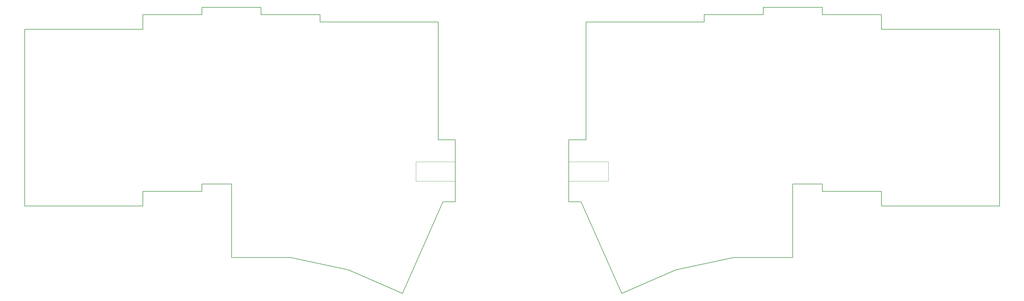
<source format=gm1>
%TF.GenerationSoftware,KiCad,Pcbnew,9.0.0*%
%TF.CreationDate,2025-03-16T07:02:03-06:00*%
%TF.ProjectId,travyboard,74726176-7962-46f6-9172-642e6b696361,rev?*%
%TF.SameCoordinates,Original*%
%TF.FileFunction,Profile,NP*%
%FSLAX46Y46*%
G04 Gerber Fmt 4.6, Leading zero omitted, Abs format (unit mm)*
G04 Created by KiCad (PCBNEW 9.0.0) date 2025-03-16 07:02:03*
%MOMM*%
%LPD*%
G01*
G04 APERTURE LIST*
%TA.AperFunction,Profile*%
%ADD10C,0.200000*%
%TD*%
%TA.AperFunction,Profile*%
%ADD11C,0.010000*%
%TD*%
G04 APERTURE END LIST*
D10*
X271303998Y-19023323D02*
X271303998Y-21404573D01*
X172038734Y-61885823D02*
X166528734Y-61885823D01*
X271303998Y-21404573D02*
X252253998Y-21404573D01*
X172038734Y-81927823D02*
X168061985Y-81927823D01*
X243138402Y-103914013D02*
X225708420Y-111601551D01*
X71278734Y-78554573D02*
X90328734Y-78554573D01*
X208643998Y-81927823D02*
X212620747Y-81927823D01*
X309403998Y-21404573D02*
X290353998Y-21404573D01*
X99853734Y-76173323D02*
X99853734Y-99985823D01*
X33178734Y-83317073D02*
X71278734Y-83317073D01*
X109378734Y-21404573D02*
X128428734Y-21404573D01*
X214153998Y-23785823D02*
X214153998Y-61885823D01*
X172038734Y-61885823D02*
X172038734Y-81927823D01*
X347503998Y-26167073D02*
X309403998Y-26167073D01*
X290353998Y-78554573D02*
X290353998Y-76173323D01*
X154974312Y-111601551D02*
X168061985Y-81927823D01*
X109378734Y-19023323D02*
X109378734Y-21404573D01*
X280828998Y-99985823D02*
X261778998Y-99985823D01*
X252253998Y-23785823D02*
X214153998Y-23785823D01*
X118903734Y-99985823D02*
X137544330Y-103914013D01*
X128428734Y-21404573D02*
X128428734Y-23785823D01*
X290353998Y-19023323D02*
X271303998Y-19023323D01*
X71278734Y-26167073D02*
X71278734Y-21404573D01*
X261778998Y-99985823D02*
X243138402Y-103914013D01*
X290353998Y-76173323D02*
X280828998Y-76173323D01*
X33178734Y-26167073D02*
X71278734Y-26167073D01*
X128428734Y-23785823D02*
X166528734Y-23785823D01*
X137544330Y-103914013D02*
X154974312Y-111601551D01*
X280828998Y-76173323D02*
X280828998Y-99985823D01*
X252253998Y-21404573D02*
X252253998Y-23785823D01*
X347503998Y-26167073D02*
X347503998Y-83317073D01*
X90328734Y-21404573D02*
X90328734Y-19023323D01*
X71278734Y-21404573D02*
X90328734Y-21404573D01*
X208643998Y-61885823D02*
X208643998Y-81927823D01*
X347503998Y-83317073D02*
X309403998Y-83317073D01*
X309403998Y-78554573D02*
X290353998Y-78554573D01*
X71278734Y-83317073D02*
X71278734Y-78554573D01*
X166528734Y-23785823D02*
X166528734Y-61885823D01*
X225708420Y-111601551D02*
X212620747Y-81927823D01*
X90328734Y-78554573D02*
X90328734Y-76173323D01*
X208643998Y-61885823D02*
X214153998Y-61885823D01*
X99853734Y-99985823D02*
X118903734Y-99985823D01*
X90328734Y-19023323D02*
X109378734Y-19023323D01*
X290353998Y-21404573D02*
X290353998Y-19023323D01*
X90328734Y-76173323D02*
X99853734Y-76173323D01*
X309403998Y-83317073D02*
X309403998Y-78554573D01*
X309403998Y-26167073D02*
X309403998Y-21404573D01*
X33178734Y-26167073D02*
X33178734Y-83317073D01*
D11*
%TO.C,J1*%
X159288734Y-68971823D02*
X159288734Y-75271823D01*
X159288734Y-75271823D02*
X172038734Y-75271823D01*
X172038734Y-68971823D02*
X159288734Y-68971823D01*
X172038734Y-75271823D02*
X172038734Y-68971823D01*
%TO.C,J2*%
X208643734Y-68972298D02*
X208643734Y-75272298D01*
X208643734Y-75272298D02*
X221393734Y-75272298D01*
X221393734Y-68972298D02*
X208643734Y-68972298D01*
X221393734Y-75272298D02*
X221393734Y-68972298D01*
%TD*%
M02*

</source>
